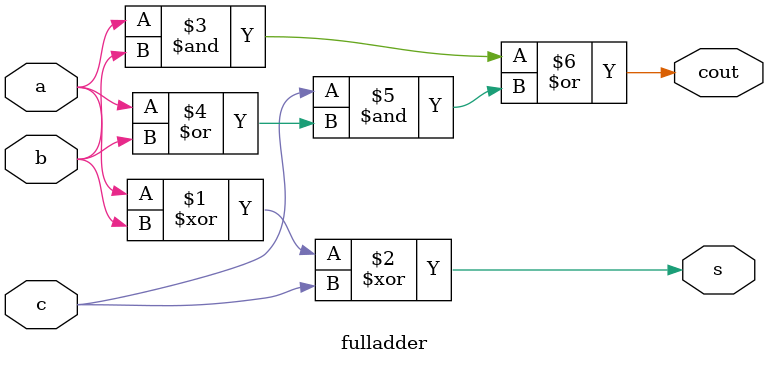
<source format=v>
module fulladder(a, b, c, s, cout);
    input a, b, c;
    output s, cout;
    assign s = a ^ b ^ c;
    assign cout = (a & b) | (c & (a | b));
endmodule
</source>
